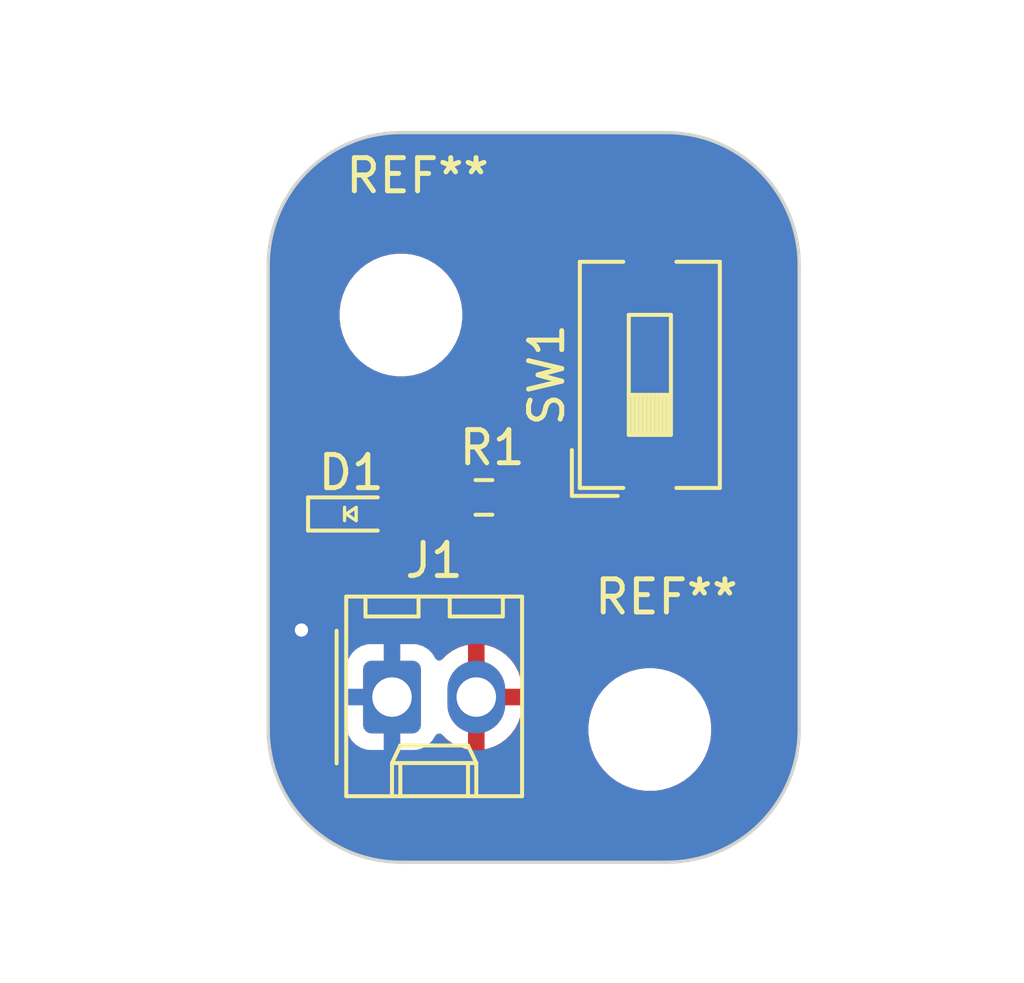
<source format=kicad_pcb>
(kicad_pcb (version 20240108) (generator "pcbnew") (generator_version "8.0")
  (title_block (title "LED project") (date "2024-09-22") (rev "1.0") (company "Illini Solar Car") (comment 1 "Designed By: Matthew Gu (mgu11)"))
  (layers (0 "F.Cu" signal) (31 "B.Cu" signal) (34 "B.Paste" user) (35 "F.Paste" user) (36 "B.SilkS" user "B.Silkscreen") (37 "F.SilkS" user "F.Silkscreen") (38 "B.Mask" user) (39 "F.Mask" user) (44 "Edge.Cuts" user))
  (net 0 "")
  (net 1 "Net-(D1-A)")
  (net 2 "GND")
  (net 3 "+3V3")
  (net 4 "Net-(R1-Pad1)")
  (footprint "Button_Switch_SMD:SW_DIP_SPSTx01_Slide_6.7x4.1mm_W8.61mm_P2.54mm_LowProfile" (layer "F.Cu") (at 121.5 95.305 90)
    (property "Reference" "SW1" (at 0 -3.11 90) (layer "F.SilkS"))
    (property "Value" "SW_Push")
    (fp_line (start -3.65 -2.35) (end -2.267 -2.35) (stroke (width 0.12)) (layer "F.SilkS"))
    (fp_line (start -3.65 -2.35) (end -3.65 -0.967) (stroke (width 0.12)) (layer "F.SilkS"))
    (fp_line (start 3.41 -2.11) (end 3.41 -0.8) (stroke (width 0.12)) (layer "F.SilkS"))
    (fp_line (start -3.41 -2.11) (end 3.41 -2.11) (stroke (width 0.12)) (layer "F.SilkS"))
    (fp_line (start -3.41 -2.11) (end -3.41 -0.8) (stroke (width 0.12)) (layer "F.SilkS"))
    (fp_line (start 1.81 -0.635) (end -1.81 -0.635) (stroke (width 0.12)) (layer "F.SilkS"))
    (fp_line (start -0.603333 -0.635) (end -0.603333 0.635) (stroke (width 0.12)) (layer "F.SilkS"))
    (fp_line (start -1.81 -0.635) (end -1.81 0.635) (stroke (width 0.12)) (layer "F.SilkS"))
    (fp_line (start -1.81 -0.515) (end -0.603333 -0.515) (stroke (width 0.12)) (layer "F.SilkS"))
    (fp_line (start -1.81 -0.395) (end -0.603333 -0.395) (stroke (width 0.12)) (layer "F.SilkS"))
    (fp_line (start -1.81 -0.275) (end -0.603333 -0.275) (stroke (width 0.12)) (layer "F.SilkS"))
    (fp_line (start -1.81 -0.155) (end -0.603333 -0.155) (stroke (width 0.12)) (layer "F.SilkS"))
    (fp_line (start -1.81 -0.035) (end -0.603333 -0.035) (stroke (width 0.12)) (layer "F.SilkS"))
    (fp_line (start -1.81 0.085) (end -0.603333 0.085) (stroke (width 0.12)) (layer "F.SilkS"))
    (fp_line (start -1.81 0.205) (end -0.603333 0.205) (stroke (width 0.12)) (layer "F.SilkS"))
    (fp_line (start -1.81 0.325) (end -0.603333 0.325) (stroke (width 0.12)) (layer "F.SilkS"))
    (fp_line (start -1.81 0.445) (end -0.603333 0.445) (stroke (width 0.12)) (layer "F.SilkS"))
    (fp_line (start -1.81 0.565) (end -0.603333 0.565) (stroke (width 0.12)) (layer "F.SilkS"))
    (fp_line (start 1.81 0.635) (end 1.81 -0.635) (stroke (width 0.12)) (layer "F.SilkS"))
    (fp_line (start -1.81 0.635) (end 1.81 0.635) (stroke (width 0.12)) (layer "F.SilkS"))
    (fp_line (start 3.41 0.8) (end 3.41 2.11) (stroke (width 0.12)) (layer "F.SilkS"))
    (fp_line (start -3.41 0.8) (end -3.41 2.11) (stroke (width 0.12)) (layer "F.SilkS"))
    (fp_line (start -3.41 2.11) (end 3.41 2.11) (stroke (width 0.12)) (layer "F.SilkS"))
    (pad "1" smd rect (at -4.305 0 90) (size 2.44 1.12) (layers "F.Cu" "F.Paste" "F.Mask") (net 3 "+3V3"))
    (pad "2" smd rect (at 4.305 0 90) (size 2.44 1.12) (layers "F.Cu" "F.Paste" "F.Mask") (net 4 "Net-(R1-Pad1)"))
  )
  (footprint "MountingHole:MountingHole_3.2mm_M3" (layer "F.Cu") (at 114 93.5)
    (property "Reference" "REF**" (at 0.5 -4.2 0) (layer "F.SilkS"))
    (property "Value" "MountingHole_3.2mm_M3")
    (pad "" np_thru_hole circle (at 0 0) (size 3.2 3.2) (drill 3.2) (layers "*.Cu" "*.Mask"))
  )
  (footprint "MountingHole:MountingHole_3.2mm_M3" (layer "F.Cu") (at 121.5 106)
    (property "Reference" "REF**" (at 0.5 -4 0) (layer "F.SilkS"))
    (property "Value" "MountingHole_3.2mm_M3")
    (pad "" np_thru_hole circle (at 0 0) (size 3.2 3.2) (drill 3.2) (layers "*.Cu" "*.Mask"))
  )
  (footprint "Connector_Molex:Molex_KK-254_AE-6410-02A_1x02_P2.54mm_Vertical" (layer "F.Cu") (at 113.73 105.02)
    (property "Reference" "J1" (at 1.27 -4.12 0) (layer "F.SilkS"))
    (property "Value" "Conn_01x02")
    (fp_line (start -1.67 -2) (end -1.67 2) (stroke (width 0.12)) (layer "F.SilkS"))
    (fp_line (start -1.38 -3.03) (end -1.38 2.99) (stroke (width 0.12)) (layer "F.SilkS"))
    (fp_line (start -1.38 2.99) (end 3.92 2.99) (stroke (width 0.12)) (layer "F.SilkS"))
    (fp_line (start -0.8 -3.03) (end -0.8 -2.43) (stroke (width 0.12)) (layer "F.SilkS"))
    (fp_line (start -0.8 -2.43) (end 0.8 -2.43) (stroke (width 0.12)) (layer "F.SilkS"))
    (fp_line (start 0 1.99) (end 0.25 1.46) (stroke (width 0.12)) (layer "F.SilkS"))
    (fp_line (start 0 1.99) (end 2.54 1.99) (stroke (width 0.12)) (layer "F.SilkS"))
    (fp_line (start 0 2.99) (end 0 1.99) (stroke (width 0.12)) (layer "F.SilkS"))
    (fp_line (start 0.25 1.46) (end 2.29 1.46) (stroke (width 0.12)) (layer "F.SilkS"))
    (fp_line (start 0.25 2.99) (end 0.25 1.99) (stroke (width 0.12)) (layer "F.SilkS"))
    (fp_line (start 0.8 -2.43) (end 0.8 -3.03) (stroke (width 0.12)) (layer "F.SilkS"))
    (fp_line (start 1.74 -3.03) (end 1.74 -2.43) (stroke (width 0.12)) (layer "F.SilkS"))
    (fp_line (start 1.74 -2.43) (end 3.34 -2.43) (stroke (width 0.12)) (layer "F.SilkS"))
    (fp_line (start 2.29 1.46) (end 2.54 1.99) (stroke (width 0.12)) (layer "F.SilkS"))
    (fp_line (start 2.29 2.99) (end 2.29 1.99) (stroke (width 0.12)) (layer "F.SilkS"))
    (fp_line (start 2.54 1.99) (end 2.54 2.99) (stroke (width 0.12)) (layer "F.SilkS"))
    (fp_line (start 3.34 -2.43) (end 3.34 -3.03) (stroke (width 0.12)) (layer "F.SilkS"))
    (fp_line (start 3.92 -3.03) (end -1.38 -3.03) (stroke (width 0.12)) (layer "F.SilkS"))
    (fp_line (start 3.92 2.99) (end 3.92 -3.03) (stroke (width 0.12)) (layer "F.SilkS"))
    (pad "1" thru_hole roundrect (at 0 0) (size 1.74 2.19) (drill 1.19) (layers "*.Cu" "*.Mask") (roundrect_rratio 0.143678) (net 2 "GND"))
    (pad "2" thru_hole oval (at 2.54 0) (size 1.74 2.19) (drill 1.19) (layers "*.Cu" "*.Mask") (net 3 "+3V3"))
  )
  (footprint "Resistor_SMD:R_0603_1608Metric_Pad0.98x0.95mm_HandSolder" (layer "F.Cu") (at 116.5 99 180)
    (property "Reference" "R1" (at -0.25 1.5 360) (layer "F.SilkS"))
    (property "Value" "105")
    (fp_line (start -0.254724 0.5225) (end 0.254724 0.5225) (stroke (width 0.12)) (layer "F.SilkS"))
    (fp_line (start -0.254724 -0.5225) (end 0.254724 -0.5225) (stroke (width 0.12)) (layer "F.SilkS"))
    (pad "1" smd roundrect (at -0.9125 0 180) (size 0.975 0.95) (layers "F.Cu" "F.Paste" "F.Mask") (net 4 "Net-(R1-Pad1)"))
    (pad "2" smd roundrect (at 0.9125 0 180) (size 0.975 0.95) (layers "F.Cu" "F.Paste" "F.Mask") (net 1 "Net-(D1-A)"))
  )
  (footprint "layout:LED_0603_Symbol_on_F.SilkS" (layer "F.Cu") (at 112.5 99.5)
    (property "Reference" "D1" (at 0 -1.25 0) (layer "F.SilkS"))
    (property "Value" "LED_RED")
    (fp_line (start -1.3 -0.5) (end -1.3 0.5) (stroke (width 0.12)) (layer "F.SilkS"))
    (fp_line (start -1.3 -0.5) (end 0.8 -0.5) (stroke (width 0.12)) (layer "F.SilkS"))
    (fp_line (start -1.3 0.5) (end 0.8 0.5) (stroke (width 0.12)) (layer "F.SilkS"))
    (fp_line (start -0.2 -0.2) (end -0.2 0.2) (stroke (width 0.1)) (layer "F.SilkS"))
    (fp_line (start -0.15 0) (end 0.15 -0.2) (stroke (width 0.1)) (layer "F.SilkS"))
    (fp_line (start 0.15 -0.2) (end 0.15 0.2) (stroke (width 0.1)) (layer "F.SilkS"))
    (fp_line (start 0.15 0.2) (end -0.15 0) (stroke (width 0.1)) (layer "F.SilkS"))
    (pad "1" smd rect (at -0.8 0 180) (size 0.8 0.8) (layers "F.Cu" "F.Paste" "F.Mask") (net 2 "GND"))
    (pad "2" smd rect (at 0.8 0 180) (size 0.8 0.8) (layers "F.Cu" "F.Paste" "F.Mask") (net 1 "Net-(D1-A)"))
  )
  (gr_arc (start 122 88) (mid 124.828427 89.171573) (end 126 92) (stroke (width 0.1)) (layer "Edge.Cuts"))
  (gr_line (start 126 92) (end 126 106) (stroke (width 0.1)) (layer "Edge.Cuts"))
  (gr_line (start 114 88) (end 122 88) (stroke (width 0.1)) (layer "Edge.Cuts"))
  (gr_arc (start 110 92) (mid 111.171573 89.171573) (end 114 88) (stroke (width 0.1)) (layer "Edge.Cuts"))
  (gr_arc (start 126 106) (mid 124.828427 108.828427) (end 122 110) (stroke (width 0.1)) (layer "Edge.Cuts"))
  (gr_arc (start 114 110) (mid 111.171573 108.828427) (end 110 106) (stroke (width 0.1)) (layer "Edge.Cuts"))
  (gr_line (start 114 110) (end 122 110) (stroke (width 0.1)) (layer "Edge.Cuts"))
  (gr_line (start 110 106) (end 110 92) (stroke (width 0.1)) (layer "Edge.Cuts"))
  (segment (start 115.5875 99) (end 114.75 99) (width 0.25) (layer "F.Cu") (net 1))
  (segment (start 114.25 99.5) (end 113.3 99.5) (width 0.25) (layer "F.Cu") (net 1))
  (segment (start 114.75 99) (end 114.25 99.5) (width 0.25) (layer "F.Cu") (net 1))
  (segment (start 111.7 99.5) (end 111.5 99.5) (width 0.25) (layer "F.Cu") (net 2))
  (segment (start 111.5 99.5) (end 111 100) (width 0.25) (layer "F.Cu") (net 2))
  (segment (start 111 100) (end 111 103) (width 0.25) (layer "F.Cu") (net 2))
  (via (at 111 103) (size 0.8) (drill 0.4) (layers "F.Cu" "B.Cu") (net 2))
  (segment (start 118.5 97) (end 117.4125 98.0875) (width 0.25) (layer "F.Cu") (net 4))
  (segment (start 117.4125 98.0875) (end 117.4125 99) (width 0.25) (layer "F.Cu") (net 4))
  (segment (start 121.5 91) (end 118.5 94) (width 0.25) (layer "F.Cu") (net 4))
  (segment (start 118.5 94) (end 118.5 97) (width 0.25) (layer "F.Cu") (net 4))
  (zone (net 3) (net_name "+3V3") (layer "F.Cu") (connect_pads (clearance 0.508)) (min_thickness 0.25) (fill yes (thermal_gap 0.5) (thermal_bridge_width 0.5))
    (polygon (pts (xy 109.5 87.5) (xy 126.5 87.5) (xy 126.5 110.5) (xy 109.5 110.5)))
  )
  (zone (net 2) (net_name "GND") (layer "B.Cu") (priority 1) (connect_pads (clearance 0.508)) (min_thickness 0.25) (fill yes (thermal_gap 0.5) (thermal_bridge_width 0.5))
    (polygon (pts (xy 109.5 87.5) (xy 126.5 87.5) (xy 126.5 110.5) (xy 109.5 110.5)))
  )
)
</source>
